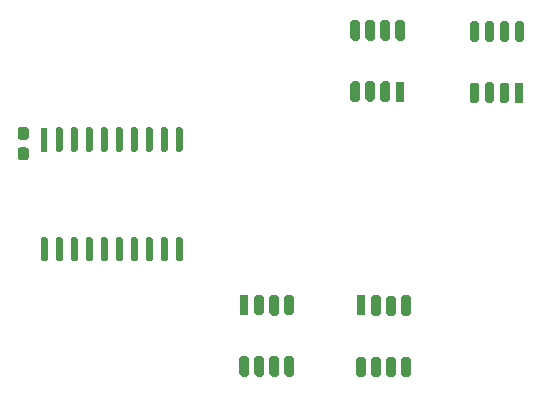
<source format=gbr>
%TF.GenerationSoftware,KiCad,Pcbnew,(5.1.9)-1*%
%TF.CreationDate,2021-01-07T15:51:33-05:00*%
%TF.ProjectId,rgb,7267622e-6b69-4636-9164-5f7063625858,rev?*%
%TF.SameCoordinates,Original*%
%TF.FileFunction,Paste,Bot*%
%TF.FilePolarity,Positive*%
%FSLAX46Y46*%
G04 Gerber Fmt 4.6, Leading zero omitted, Abs format (unit mm)*
G04 Created by KiCad (PCBNEW (5.1.9)-1) date 2021-01-07 15:51:33*
%MOMM*%
%LPD*%
G01*
G04 APERTURE LIST*
%ADD10R,0.800000X1.750000*%
%ADD11R,0.600000X2.050000*%
G04 APERTURE END LIST*
%TO.C,Q4*%
G36*
G01*
X167895000Y-70475000D02*
X167495000Y-70475000D01*
G75*
G02*
X167295000Y-70275000I0J200000D01*
G01*
X167295000Y-68925000D01*
G75*
G02*
X167495000Y-68725000I200000J0D01*
G01*
X167895000Y-68725000D01*
G75*
G02*
X168095000Y-68925000I0J-200000D01*
G01*
X168095000Y-70275000D01*
G75*
G02*
X167895000Y-70475000I-200000J0D01*
G01*
G37*
G36*
G01*
X169165000Y-70435000D02*
X168765000Y-70435000D01*
G75*
G02*
X168565000Y-70235000I0J200000D01*
G01*
X168565000Y-68885000D01*
G75*
G02*
X168765000Y-68685000I200000J0D01*
G01*
X169165000Y-68685000D01*
G75*
G02*
X169365000Y-68885000I0J-200000D01*
G01*
X169365000Y-70235000D01*
G75*
G02*
X169165000Y-70435000I-200000J0D01*
G01*
G37*
G36*
G01*
X170435000Y-70475000D02*
X170035000Y-70475000D01*
G75*
G02*
X169835000Y-70275000I0J200000D01*
G01*
X169835000Y-68925000D01*
G75*
G02*
X170035000Y-68725000I200000J0D01*
G01*
X170435000Y-68725000D01*
G75*
G02*
X170635000Y-68925000I0J-200000D01*
G01*
X170635000Y-70275000D01*
G75*
G02*
X170435000Y-70475000I-200000J0D01*
G01*
G37*
D10*
X171505000Y-69600000D03*
G36*
G01*
X171705000Y-65275000D02*
X171305000Y-65275000D01*
G75*
G02*
X171105000Y-65075000I0J200000D01*
G01*
X171105000Y-63725000D01*
G75*
G02*
X171305000Y-63525000I200000J0D01*
G01*
X171705000Y-63525000D01*
G75*
G02*
X171905000Y-63725000I0J-200000D01*
G01*
X171905000Y-65075000D01*
G75*
G02*
X171705000Y-65275000I-200000J0D01*
G01*
G37*
G36*
G01*
X169165000Y-65275000D02*
X168765000Y-65275000D01*
G75*
G02*
X168565000Y-65075000I0J200000D01*
G01*
X168565000Y-63725000D01*
G75*
G02*
X168765000Y-63525000I200000J0D01*
G01*
X169165000Y-63525000D01*
G75*
G02*
X169365000Y-63725000I0J-200000D01*
G01*
X169365000Y-65075000D01*
G75*
G02*
X169165000Y-65275000I-200000J0D01*
G01*
G37*
G36*
G01*
X167895000Y-65275000D02*
X167495000Y-65275000D01*
G75*
G02*
X167295000Y-65075000I0J200000D01*
G01*
X167295000Y-63725000D01*
G75*
G02*
X167495000Y-63525000I200000J0D01*
G01*
X167895000Y-63525000D01*
G75*
G02*
X168095000Y-63725000I0J-200000D01*
G01*
X168095000Y-65075000D01*
G75*
G02*
X167895000Y-65275000I-200000J0D01*
G01*
G37*
G36*
G01*
X170435000Y-65275000D02*
X170035000Y-65275000D01*
G75*
G02*
X169835000Y-65075000I0J200000D01*
G01*
X169835000Y-63725000D01*
G75*
G02*
X170035000Y-63525000I200000J0D01*
G01*
X170435000Y-63525000D01*
G75*
G02*
X170635000Y-63725000I0J-200000D01*
G01*
X170635000Y-65075000D01*
G75*
G02*
X170435000Y-65275000I-200000J0D01*
G01*
G37*
%TD*%
%TO.C,Q3*%
G36*
G01*
X177995000Y-70575000D02*
X177595000Y-70575000D01*
G75*
G02*
X177395000Y-70375000I0J200000D01*
G01*
X177395000Y-69025000D01*
G75*
G02*
X177595000Y-68825000I200000J0D01*
G01*
X177995000Y-68825000D01*
G75*
G02*
X178195000Y-69025000I0J-200000D01*
G01*
X178195000Y-70375000D01*
G75*
G02*
X177995000Y-70575000I-200000J0D01*
G01*
G37*
G36*
G01*
X179265000Y-70535000D02*
X178865000Y-70535000D01*
G75*
G02*
X178665000Y-70335000I0J200000D01*
G01*
X178665000Y-68985000D01*
G75*
G02*
X178865000Y-68785000I200000J0D01*
G01*
X179265000Y-68785000D01*
G75*
G02*
X179465000Y-68985000I0J-200000D01*
G01*
X179465000Y-70335000D01*
G75*
G02*
X179265000Y-70535000I-200000J0D01*
G01*
G37*
G36*
G01*
X180535000Y-70575000D02*
X180135000Y-70575000D01*
G75*
G02*
X179935000Y-70375000I0J200000D01*
G01*
X179935000Y-69025000D01*
G75*
G02*
X180135000Y-68825000I200000J0D01*
G01*
X180535000Y-68825000D01*
G75*
G02*
X180735000Y-69025000I0J-200000D01*
G01*
X180735000Y-70375000D01*
G75*
G02*
X180535000Y-70575000I-200000J0D01*
G01*
G37*
X181605000Y-69700000D03*
G36*
G01*
X181805000Y-65375000D02*
X181405000Y-65375000D01*
G75*
G02*
X181205000Y-65175000I0J200000D01*
G01*
X181205000Y-63825000D01*
G75*
G02*
X181405000Y-63625000I200000J0D01*
G01*
X181805000Y-63625000D01*
G75*
G02*
X182005000Y-63825000I0J-200000D01*
G01*
X182005000Y-65175000D01*
G75*
G02*
X181805000Y-65375000I-200000J0D01*
G01*
G37*
G36*
G01*
X179265000Y-65375000D02*
X178865000Y-65375000D01*
G75*
G02*
X178665000Y-65175000I0J200000D01*
G01*
X178665000Y-63825000D01*
G75*
G02*
X178865000Y-63625000I200000J0D01*
G01*
X179265000Y-63625000D01*
G75*
G02*
X179465000Y-63825000I0J-200000D01*
G01*
X179465000Y-65175000D01*
G75*
G02*
X179265000Y-65375000I-200000J0D01*
G01*
G37*
G36*
G01*
X177995000Y-65375000D02*
X177595000Y-65375000D01*
G75*
G02*
X177395000Y-65175000I0J200000D01*
G01*
X177395000Y-63825000D01*
G75*
G02*
X177595000Y-63625000I200000J0D01*
G01*
X177995000Y-63625000D01*
G75*
G02*
X178195000Y-63825000I0J-200000D01*
G01*
X178195000Y-65175000D01*
G75*
G02*
X177995000Y-65375000I-200000J0D01*
G01*
G37*
G36*
G01*
X180535000Y-65375000D02*
X180135000Y-65375000D01*
G75*
G02*
X179935000Y-65175000I0J200000D01*
G01*
X179935000Y-63825000D01*
G75*
G02*
X180135000Y-63625000I200000J0D01*
G01*
X180535000Y-63625000D01*
G75*
G02*
X180735000Y-63825000I0J-200000D01*
G01*
X180735000Y-65175000D01*
G75*
G02*
X180535000Y-65375000I-200000J0D01*
G01*
G37*
%TD*%
%TO.C,Q2*%
G36*
G01*
X161905000Y-86775000D02*
X162305000Y-86775000D01*
G75*
G02*
X162505000Y-86975000I0J-200000D01*
G01*
X162505000Y-88325000D01*
G75*
G02*
X162305000Y-88525000I-200000J0D01*
G01*
X161905000Y-88525000D01*
G75*
G02*
X161705000Y-88325000I0J200000D01*
G01*
X161705000Y-86975000D01*
G75*
G02*
X161905000Y-86775000I200000J0D01*
G01*
G37*
G36*
G01*
X160635000Y-86815000D02*
X161035000Y-86815000D01*
G75*
G02*
X161235000Y-87015000I0J-200000D01*
G01*
X161235000Y-88365000D01*
G75*
G02*
X161035000Y-88565000I-200000J0D01*
G01*
X160635000Y-88565000D01*
G75*
G02*
X160435000Y-88365000I0J200000D01*
G01*
X160435000Y-87015000D01*
G75*
G02*
X160635000Y-86815000I200000J0D01*
G01*
G37*
G36*
G01*
X159365000Y-86775000D02*
X159765000Y-86775000D01*
G75*
G02*
X159965000Y-86975000I0J-200000D01*
G01*
X159965000Y-88325000D01*
G75*
G02*
X159765000Y-88525000I-200000J0D01*
G01*
X159365000Y-88525000D01*
G75*
G02*
X159165000Y-88325000I0J200000D01*
G01*
X159165000Y-86975000D01*
G75*
G02*
X159365000Y-86775000I200000J0D01*
G01*
G37*
X158295000Y-87650000D03*
G36*
G01*
X158095000Y-91975000D02*
X158495000Y-91975000D01*
G75*
G02*
X158695000Y-92175000I0J-200000D01*
G01*
X158695000Y-93525000D01*
G75*
G02*
X158495000Y-93725000I-200000J0D01*
G01*
X158095000Y-93725000D01*
G75*
G02*
X157895000Y-93525000I0J200000D01*
G01*
X157895000Y-92175000D01*
G75*
G02*
X158095000Y-91975000I200000J0D01*
G01*
G37*
G36*
G01*
X160635000Y-91975000D02*
X161035000Y-91975000D01*
G75*
G02*
X161235000Y-92175000I0J-200000D01*
G01*
X161235000Y-93525000D01*
G75*
G02*
X161035000Y-93725000I-200000J0D01*
G01*
X160635000Y-93725000D01*
G75*
G02*
X160435000Y-93525000I0J200000D01*
G01*
X160435000Y-92175000D01*
G75*
G02*
X160635000Y-91975000I200000J0D01*
G01*
G37*
G36*
G01*
X161905000Y-91975000D02*
X162305000Y-91975000D01*
G75*
G02*
X162505000Y-92175000I0J-200000D01*
G01*
X162505000Y-93525000D01*
G75*
G02*
X162305000Y-93725000I-200000J0D01*
G01*
X161905000Y-93725000D01*
G75*
G02*
X161705000Y-93525000I0J200000D01*
G01*
X161705000Y-92175000D01*
G75*
G02*
X161905000Y-91975000I200000J0D01*
G01*
G37*
G36*
G01*
X159365000Y-91975000D02*
X159765000Y-91975000D01*
G75*
G02*
X159965000Y-92175000I0J-200000D01*
G01*
X159965000Y-93525000D01*
G75*
G02*
X159765000Y-93725000I-200000J0D01*
G01*
X159365000Y-93725000D01*
G75*
G02*
X159165000Y-93525000I0J200000D01*
G01*
X159165000Y-92175000D01*
G75*
G02*
X159365000Y-91975000I200000J0D01*
G01*
G37*
%TD*%
%TO.C,Q1*%
G36*
G01*
X171805000Y-86825000D02*
X172205000Y-86825000D01*
G75*
G02*
X172405000Y-87025000I0J-200000D01*
G01*
X172405000Y-88375000D01*
G75*
G02*
X172205000Y-88575000I-200000J0D01*
G01*
X171805000Y-88575000D01*
G75*
G02*
X171605000Y-88375000I0J200000D01*
G01*
X171605000Y-87025000D01*
G75*
G02*
X171805000Y-86825000I200000J0D01*
G01*
G37*
G36*
G01*
X170535000Y-86865000D02*
X170935000Y-86865000D01*
G75*
G02*
X171135000Y-87065000I0J-200000D01*
G01*
X171135000Y-88415000D01*
G75*
G02*
X170935000Y-88615000I-200000J0D01*
G01*
X170535000Y-88615000D01*
G75*
G02*
X170335000Y-88415000I0J200000D01*
G01*
X170335000Y-87065000D01*
G75*
G02*
X170535000Y-86865000I200000J0D01*
G01*
G37*
G36*
G01*
X169265000Y-86825000D02*
X169665000Y-86825000D01*
G75*
G02*
X169865000Y-87025000I0J-200000D01*
G01*
X169865000Y-88375000D01*
G75*
G02*
X169665000Y-88575000I-200000J0D01*
G01*
X169265000Y-88575000D01*
G75*
G02*
X169065000Y-88375000I0J200000D01*
G01*
X169065000Y-87025000D01*
G75*
G02*
X169265000Y-86825000I200000J0D01*
G01*
G37*
X168195000Y-87700000D03*
G36*
G01*
X167995000Y-92025000D02*
X168395000Y-92025000D01*
G75*
G02*
X168595000Y-92225000I0J-200000D01*
G01*
X168595000Y-93575000D01*
G75*
G02*
X168395000Y-93775000I-200000J0D01*
G01*
X167995000Y-93775000D01*
G75*
G02*
X167795000Y-93575000I0J200000D01*
G01*
X167795000Y-92225000D01*
G75*
G02*
X167995000Y-92025000I200000J0D01*
G01*
G37*
G36*
G01*
X170535000Y-92025000D02*
X170935000Y-92025000D01*
G75*
G02*
X171135000Y-92225000I0J-200000D01*
G01*
X171135000Y-93575000D01*
G75*
G02*
X170935000Y-93775000I-200000J0D01*
G01*
X170535000Y-93775000D01*
G75*
G02*
X170335000Y-93575000I0J200000D01*
G01*
X170335000Y-92225000D01*
G75*
G02*
X170535000Y-92025000I200000J0D01*
G01*
G37*
G36*
G01*
X171805000Y-92025000D02*
X172205000Y-92025000D01*
G75*
G02*
X172405000Y-92225000I0J-200000D01*
G01*
X172405000Y-93575000D01*
G75*
G02*
X172205000Y-93775000I-200000J0D01*
G01*
X171805000Y-93775000D01*
G75*
G02*
X171605000Y-93575000I0J200000D01*
G01*
X171605000Y-92225000D01*
G75*
G02*
X171805000Y-92025000I200000J0D01*
G01*
G37*
G36*
G01*
X169265000Y-92025000D02*
X169665000Y-92025000D01*
G75*
G02*
X169865000Y-92225000I0J-200000D01*
G01*
X169865000Y-93575000D01*
G75*
G02*
X169665000Y-93775000I-200000J0D01*
G01*
X169265000Y-93775000D01*
G75*
G02*
X169065000Y-93575000I0J200000D01*
G01*
X169065000Y-92225000D01*
G75*
G02*
X169265000Y-92025000I200000J0D01*
G01*
G37*
%TD*%
%TO.C,C4*%
G36*
G01*
X139362500Y-74325000D02*
X139837500Y-74325000D01*
G75*
G02*
X140075000Y-74562500I0J-237500D01*
G01*
X140075000Y-75162500D01*
G75*
G02*
X139837500Y-75400000I-237500J0D01*
G01*
X139362500Y-75400000D01*
G75*
G02*
X139125000Y-75162500I0J237500D01*
G01*
X139125000Y-74562500D01*
G75*
G02*
X139362500Y-74325000I237500J0D01*
G01*
G37*
G36*
G01*
X139362500Y-72600000D02*
X139837500Y-72600000D01*
G75*
G02*
X140075000Y-72837500I0J-237500D01*
G01*
X140075000Y-73437500D01*
G75*
G02*
X139837500Y-73675000I-237500J0D01*
G01*
X139362500Y-73675000D01*
G75*
G02*
X139125000Y-73437500I0J237500D01*
G01*
X139125000Y-72837500D01*
G75*
G02*
X139362500Y-72600000I237500J0D01*
G01*
G37*
%TD*%
%TO.C,U3*%
G36*
G01*
X152665000Y-72625000D02*
X152965000Y-72625000D01*
G75*
G02*
X153115000Y-72775000I0J-150000D01*
G01*
X153115000Y-74525000D01*
G75*
G02*
X152965000Y-74675000I-150000J0D01*
G01*
X152665000Y-74675000D01*
G75*
G02*
X152515000Y-74525000I0J150000D01*
G01*
X152515000Y-72775000D01*
G75*
G02*
X152665000Y-72625000I150000J0D01*
G01*
G37*
G36*
G01*
X145045000Y-72625000D02*
X145345000Y-72625000D01*
G75*
G02*
X145495000Y-72775000I0J-150000D01*
G01*
X145495000Y-74525000D01*
G75*
G02*
X145345000Y-74675000I-150000J0D01*
G01*
X145045000Y-74675000D01*
G75*
G02*
X144895000Y-74525000I0J150000D01*
G01*
X144895000Y-72775000D01*
G75*
G02*
X145045000Y-72625000I150000J0D01*
G01*
G37*
G36*
G01*
X151395000Y-81925000D02*
X151695000Y-81925000D01*
G75*
G02*
X151845000Y-82075000I0J-150000D01*
G01*
X151845000Y-83825000D01*
G75*
G02*
X151695000Y-83975000I-150000J0D01*
G01*
X151395000Y-83975000D01*
G75*
G02*
X151245000Y-83825000I0J150000D01*
G01*
X151245000Y-82075000D01*
G75*
G02*
X151395000Y-81925000I150000J0D01*
G01*
G37*
G36*
G01*
X148855000Y-81925000D02*
X149155000Y-81925000D01*
G75*
G02*
X149305000Y-82075000I0J-150000D01*
G01*
X149305000Y-83825000D01*
G75*
G02*
X149155000Y-83975000I-150000J0D01*
G01*
X148855000Y-83975000D01*
G75*
G02*
X148705000Y-83825000I0J150000D01*
G01*
X148705000Y-82075000D01*
G75*
G02*
X148855000Y-81925000I150000J0D01*
G01*
G37*
D11*
X141385000Y-73650000D03*
G36*
G01*
X150125000Y-81925000D02*
X150425000Y-81925000D01*
G75*
G02*
X150575000Y-82075000I0J-150000D01*
G01*
X150575000Y-83825000D01*
G75*
G02*
X150425000Y-83975000I-150000J0D01*
G01*
X150125000Y-83975000D01*
G75*
G02*
X149975000Y-83825000I0J150000D01*
G01*
X149975000Y-82075000D01*
G75*
G02*
X150125000Y-81925000I150000J0D01*
G01*
G37*
G36*
G01*
X143775000Y-72625000D02*
X144075000Y-72625000D01*
G75*
G02*
X144225000Y-72775000I0J-150000D01*
G01*
X144225000Y-74525000D01*
G75*
G02*
X144075000Y-74675000I-150000J0D01*
G01*
X143775000Y-74675000D01*
G75*
G02*
X143625000Y-74525000I0J150000D01*
G01*
X143625000Y-72775000D01*
G75*
G02*
X143775000Y-72625000I150000J0D01*
G01*
G37*
G36*
G01*
X151395000Y-72625000D02*
X151695000Y-72625000D01*
G75*
G02*
X151845000Y-72775000I0J-150000D01*
G01*
X151845000Y-74525000D01*
G75*
G02*
X151695000Y-74675000I-150000J0D01*
G01*
X151395000Y-74675000D01*
G75*
G02*
X151245000Y-74525000I0J150000D01*
G01*
X151245000Y-72775000D01*
G75*
G02*
X151395000Y-72625000I150000J0D01*
G01*
G37*
G36*
G01*
X152665000Y-81925000D02*
X152965000Y-81925000D01*
G75*
G02*
X153115000Y-82075000I0J-150000D01*
G01*
X153115000Y-83825000D01*
G75*
G02*
X152965000Y-83975000I-150000J0D01*
G01*
X152665000Y-83975000D01*
G75*
G02*
X152515000Y-83825000I0J150000D01*
G01*
X152515000Y-82075000D01*
G75*
G02*
X152665000Y-81925000I150000J0D01*
G01*
G37*
G36*
G01*
X146315000Y-72625000D02*
X146615000Y-72625000D01*
G75*
G02*
X146765000Y-72775000I0J-150000D01*
G01*
X146765000Y-74525000D01*
G75*
G02*
X146615000Y-74675000I-150000J0D01*
G01*
X146315000Y-74675000D01*
G75*
G02*
X146165000Y-74525000I0J150000D01*
G01*
X146165000Y-72775000D01*
G75*
G02*
X146315000Y-72625000I150000J0D01*
G01*
G37*
G36*
G01*
X147585000Y-72625000D02*
X147885000Y-72625000D01*
G75*
G02*
X148035000Y-72775000I0J-150000D01*
G01*
X148035000Y-74525000D01*
G75*
G02*
X147885000Y-74675000I-150000J0D01*
G01*
X147585000Y-74675000D01*
G75*
G02*
X147435000Y-74525000I0J150000D01*
G01*
X147435000Y-72775000D01*
G75*
G02*
X147585000Y-72625000I150000J0D01*
G01*
G37*
G36*
G01*
X150125000Y-72625000D02*
X150425000Y-72625000D01*
G75*
G02*
X150575000Y-72775000I0J-150000D01*
G01*
X150575000Y-74525000D01*
G75*
G02*
X150425000Y-74675000I-150000J0D01*
G01*
X150125000Y-74675000D01*
G75*
G02*
X149975000Y-74525000I0J150000D01*
G01*
X149975000Y-72775000D01*
G75*
G02*
X150125000Y-72625000I150000J0D01*
G01*
G37*
G36*
G01*
X142505000Y-72625000D02*
X142805000Y-72625000D01*
G75*
G02*
X142955000Y-72775000I0J-150000D01*
G01*
X142955000Y-74525000D01*
G75*
G02*
X142805000Y-74675000I-150000J0D01*
G01*
X142505000Y-74675000D01*
G75*
G02*
X142355000Y-74525000I0J150000D01*
G01*
X142355000Y-72775000D01*
G75*
G02*
X142505000Y-72625000I150000J0D01*
G01*
G37*
G36*
G01*
X148855000Y-72625000D02*
X149155000Y-72625000D01*
G75*
G02*
X149305000Y-72775000I0J-150000D01*
G01*
X149305000Y-74525000D01*
G75*
G02*
X149155000Y-74675000I-150000J0D01*
G01*
X148855000Y-74675000D01*
G75*
G02*
X148705000Y-74525000I0J150000D01*
G01*
X148705000Y-72775000D01*
G75*
G02*
X148855000Y-72625000I150000J0D01*
G01*
G37*
G36*
G01*
X146315000Y-81925000D02*
X146615000Y-81925000D01*
G75*
G02*
X146765000Y-82075000I0J-150000D01*
G01*
X146765000Y-83825000D01*
G75*
G02*
X146615000Y-83975000I-150000J0D01*
G01*
X146315000Y-83975000D01*
G75*
G02*
X146165000Y-83825000I0J150000D01*
G01*
X146165000Y-82075000D01*
G75*
G02*
X146315000Y-81925000I150000J0D01*
G01*
G37*
G36*
G01*
X142505000Y-81925000D02*
X142805000Y-81925000D01*
G75*
G02*
X142955000Y-82075000I0J-150000D01*
G01*
X142955000Y-83825000D01*
G75*
G02*
X142805000Y-83975000I-150000J0D01*
G01*
X142505000Y-83975000D01*
G75*
G02*
X142355000Y-83825000I0J150000D01*
G01*
X142355000Y-82075000D01*
G75*
G02*
X142505000Y-81925000I150000J0D01*
G01*
G37*
G36*
G01*
X145045000Y-81925000D02*
X145345000Y-81925000D01*
G75*
G02*
X145495000Y-82075000I0J-150000D01*
G01*
X145495000Y-83825000D01*
G75*
G02*
X145345000Y-83975000I-150000J0D01*
G01*
X145045000Y-83975000D01*
G75*
G02*
X144895000Y-83825000I0J150000D01*
G01*
X144895000Y-82075000D01*
G75*
G02*
X145045000Y-81925000I150000J0D01*
G01*
G37*
G36*
G01*
X141235000Y-81925000D02*
X141535000Y-81925000D01*
G75*
G02*
X141685000Y-82075000I0J-150000D01*
G01*
X141685000Y-83825000D01*
G75*
G02*
X141535000Y-83975000I-150000J0D01*
G01*
X141235000Y-83975000D01*
G75*
G02*
X141085000Y-83825000I0J150000D01*
G01*
X141085000Y-82075000D01*
G75*
G02*
X141235000Y-81925000I150000J0D01*
G01*
G37*
G36*
G01*
X143775000Y-81925000D02*
X144075000Y-81925000D01*
G75*
G02*
X144225000Y-82075000I0J-150000D01*
G01*
X144225000Y-83825000D01*
G75*
G02*
X144075000Y-83975000I-150000J0D01*
G01*
X143775000Y-83975000D01*
G75*
G02*
X143625000Y-83825000I0J150000D01*
G01*
X143625000Y-82075000D01*
G75*
G02*
X143775000Y-81925000I150000J0D01*
G01*
G37*
G36*
G01*
X147585000Y-81925000D02*
X147885000Y-81925000D01*
G75*
G02*
X148035000Y-82075000I0J-150000D01*
G01*
X148035000Y-83825000D01*
G75*
G02*
X147885000Y-83975000I-150000J0D01*
G01*
X147585000Y-83975000D01*
G75*
G02*
X147435000Y-83825000I0J150000D01*
G01*
X147435000Y-82075000D01*
G75*
G02*
X147585000Y-81925000I150000J0D01*
G01*
G37*
%TD*%
M02*

</source>
